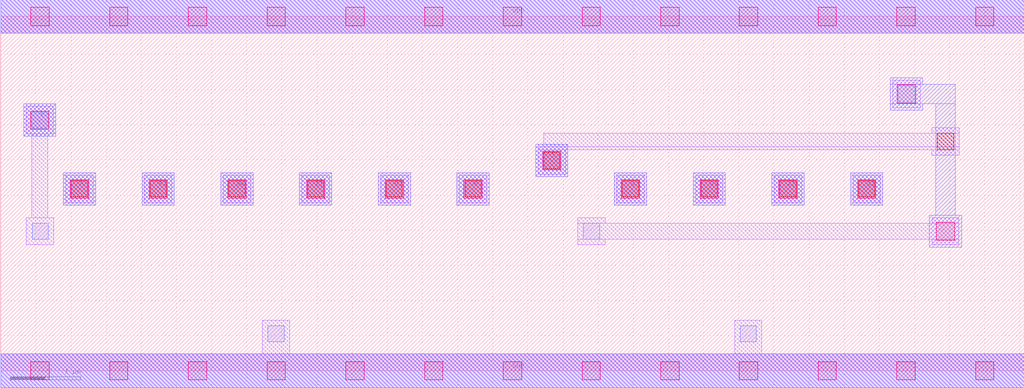
<source format=lef>
MACRO AAAAOI3332
 CLASS CORE ;
 FOREIGN AAAAOI3332 0 0 ;
 SIZE 14.56 BY 5.04 ;
 ORIGIN 0 0 ;
 SYMMETRY X Y R90 ;
 SITE unit ;
  PIN VDD
   DIRECTION INOUT ;
   USE POWER ;
   SHAPE ABUTMENT ;
    PORT
     CLASS CORE ;
       LAYER met1 ;
        RECT 0.00000000 4.80000000 14.56000000 5.28000000 ;
       LAYER met2 ;
        RECT 0.00000000 4.80000000 14.56000000 5.28000000 ;
    END
  END VDD

  PIN GND
   DIRECTION INOUT ;
   USE POWER ;
   SHAPE ABUTMENT ;
    PORT
     CLASS CORE ;
       LAYER met1 ;
        RECT 0.00000000 -0.24000000 14.56000000 0.24000000 ;
       LAYER met2 ;
        RECT 0.00000000 -0.24000000 14.56000000 0.24000000 ;
    END
  END GND

  PIN Y
   DIRECTION INOUT ;
   USE SIGNAL ;
   SHAPE ABUTMENT ;
    PORT
     CLASS CORE ;
       LAYER met2 ;
        RECT 0.32500000 3.33500000 0.78500000 3.79500000 ;
    END
  END Y

  PIN D
   DIRECTION INOUT ;
   USE SIGNAL ;
   SHAPE ABUTMENT ;
    PORT
     CLASS CORE ;
       LAYER met2 ;
        RECT 8.73000000 2.35700000 9.19000000 2.81700000 ;
    END
  END D

  PIN C
   DIRECTION INOUT ;
   USE SIGNAL ;
   SHAPE ABUTMENT ;
    PORT
     CLASS CORE ;
       LAYER met2 ;
        RECT 7.61000000 2.76200000 8.07000000 3.22200000 ;
    END
  END C

  PIN C1
   DIRECTION INOUT ;
   USE SIGNAL ;
   SHAPE ABUTMENT ;
    PORT
     CLASS CORE ;
       LAYER met2 ;
        RECT 12.09000000 2.35700000 12.55000000 2.81700000 ;
    END
  END C1

  PIN B1
   DIRECTION INOUT ;
   USE SIGNAL ;
   SHAPE ABUTMENT ;
    PORT
     CLASS CORE ;
       LAYER met2 ;
        RECT 5.37000000 2.35700000 5.83000000 2.81700000 ;
    END
  END B1

  PIN A2
   DIRECTION INOUT ;
   USE SIGNAL ;
   SHAPE ABUTMENT ;
    PORT
     CLASS CORE ;
       LAYER met2 ;
        RECT 3.13000000 2.35700000 3.59000000 2.81700000 ;
    END
  END A2

  PIN D1
   DIRECTION INOUT ;
   USE SIGNAL ;
   SHAPE ABUTMENT ;
    PORT
     CLASS CORE ;
       LAYER met2 ;
        RECT 9.85000000 2.35700000 10.31000000 2.81700000 ;
    END
  END D1

  PIN C2
   DIRECTION INOUT ;
   USE SIGNAL ;
   SHAPE ABUTMENT ;
    PORT
     CLASS CORE ;
       LAYER met2 ;
        RECT 10.97000000 2.35700000 11.43000000 2.81700000 ;
    END
  END C2

  PIN A
   DIRECTION INOUT ;
   USE SIGNAL ;
   SHAPE ABUTMENT ;
    PORT
     CLASS CORE ;
       LAYER met2 ;
        RECT 0.89000000 2.35700000 1.35000000 2.81700000 ;
    END
  END A

  PIN B2
   DIRECTION INOUT ;
   USE SIGNAL ;
   SHAPE ABUTMENT ;
    PORT
     CLASS CORE ;
       LAYER met2 ;
        RECT 4.25000000 2.35700000 4.71000000 2.81700000 ;
    END
  END B2

  PIN B
   DIRECTION INOUT ;
   USE SIGNAL ;
   SHAPE ABUTMENT ;
    PORT
     CLASS CORE ;
       LAYER met2 ;
        RECT 6.49000000 2.35700000 6.95000000 2.81700000 ;
    END
  END B

  PIN A1
   DIRECTION INOUT ;
   USE SIGNAL ;
   SHAPE ABUTMENT ;
    PORT
     CLASS CORE ;
       LAYER met2 ;
        RECT 2.01000000 2.35700000 2.47000000 2.81700000 ;
    END
  END A1

 OBS
    LAYER polycont ;
     RECT 1.00500000 2.47200000 1.23500000 2.70200000 ;
     RECT 2.12500000 2.47200000 2.35500000 2.70200000 ;
     RECT 3.24500000 2.47200000 3.47500000 2.70200000 ;
     RECT 4.36500000 2.47200000 4.59500000 2.70200000 ;
     RECT 5.48500000 2.47200000 5.71500000 2.70200000 ;
     RECT 6.60500000 2.47200000 6.83500000 2.70200000 ;
     RECT 8.84500000 2.47200000 9.07500000 2.70200000 ;
     RECT 9.96500000 2.47200000 10.19500000 2.70200000 ;
     RECT 11.08500000 2.47200000 11.31500000 2.70200000 ;
     RECT 12.20500000 2.47200000 12.43500000 2.70200000 ;
     RECT 7.72500000 2.87700000 7.95500000 3.10700000 ;
     RECT 13.32500000 3.14700000 13.55500000 3.37700000 ;

    LAYER pdiffc ;
     RECT 0.44000000 3.45000000 0.67000000 3.68000000 ;
     RECT 12.77000000 3.82200000 13.00000000 4.05200000 ;

    LAYER ndiffc ;
     RECT 3.80000000 0.41000000 4.03000000 0.64000000 ;
     RECT 10.52000000 0.41000000 10.75000000 0.64000000 ;
     RECT 0.44500000 1.87000000 0.67500000 2.10000000 ;
     RECT 8.29000000 1.87000000 8.52000000 2.10000000 ;

    LAYER met1 ;
     RECT 0.00000000 -0.24000000 14.56000000 0.24000000 ;
     RECT 3.72000000 0.24000000 4.11000000 0.72000000 ;
     RECT 10.44000000 0.24000000 10.83000000 0.72000000 ;
     RECT 8.21000000 1.79000000 8.60000000 1.87000000 ;
     RECT 13.25000000 1.79500000 13.63000000 1.87000000 ;
     RECT 8.21000000 1.87000000 13.63000000 2.10000000 ;
     RECT 13.25000000 2.10000000 13.63000000 2.17500000 ;
     RECT 8.21000000 2.10000000 8.60000000 2.18000000 ;
     RECT 0.92500000 2.39200000 1.31500000 2.78200000 ;
     RECT 2.04500000 2.39200000 2.43500000 2.78200000 ;
     RECT 3.16500000 2.39200000 3.55500000 2.78200000 ;
     RECT 4.28500000 2.39200000 4.67500000 2.78200000 ;
     RECT 5.40500000 2.39200000 5.79500000 2.78200000 ;
     RECT 6.52500000 2.39200000 6.91500000 2.78200000 ;
     RECT 8.76500000 2.39200000 9.15500000 2.78200000 ;
     RECT 9.88500000 2.39200000 10.27500000 2.78200000 ;
     RECT 11.00500000 2.39200000 11.39500000 2.78200000 ;
     RECT 12.12500000 2.39200000 12.51500000 2.78200000 ;
     RECT 7.64500000 2.79700000 8.03500000 3.14700000 ;
     RECT 13.24500000 3.06700000 13.63500000 3.14700000 ;
     RECT 7.64500000 3.14700000 13.63500000 3.18700000 ;
     RECT 7.72500000 3.18700000 13.63500000 3.37700000 ;
     RECT 13.24500000 3.37700000 13.63500000 3.45700000 ;
     RECT 0.36500000 1.79000000 0.75500000 2.18000000 ;
     RECT 0.44000000 2.18000000 0.67000000 3.37000000 ;
     RECT 0.36000000 3.37000000 0.75000000 3.76000000 ;
     RECT 12.69000000 3.74200000 13.08000000 4.13200000 ;
     RECT 0.00000000 4.80000000 14.56000000 5.28000000 ;

    LAYER via1 ;
     RECT 0.43000000 -0.13000000 0.69000000 0.13000000 ;
     RECT 1.55000000 -0.13000000 1.81000000 0.13000000 ;
     RECT 2.67000000 -0.13000000 2.93000000 0.13000000 ;
     RECT 3.79000000 -0.13000000 4.05000000 0.13000000 ;
     RECT 4.91000000 -0.13000000 5.17000000 0.13000000 ;
     RECT 6.03000000 -0.13000000 6.29000000 0.13000000 ;
     RECT 7.15000000 -0.13000000 7.41000000 0.13000000 ;
     RECT 8.27000000 -0.13000000 8.53000000 0.13000000 ;
     RECT 9.39000000 -0.13000000 9.65000000 0.13000000 ;
     RECT 10.51000000 -0.13000000 10.77000000 0.13000000 ;
     RECT 11.63000000 -0.13000000 11.89000000 0.13000000 ;
     RECT 12.75000000 -0.13000000 13.01000000 0.13000000 ;
     RECT 13.87000000 -0.13000000 14.13000000 0.13000000 ;
     RECT 13.31000000 1.85500000 13.57000000 2.11500000 ;
     RECT 0.99000000 2.45700000 1.25000000 2.71700000 ;
     RECT 2.11000000 2.45700000 2.37000000 2.71700000 ;
     RECT 3.23000000 2.45700000 3.49000000 2.71700000 ;
     RECT 4.35000000 2.45700000 4.61000000 2.71700000 ;
     RECT 5.47000000 2.45700000 5.73000000 2.71700000 ;
     RECT 6.59000000 2.45700000 6.85000000 2.71700000 ;
     RECT 8.83000000 2.45700000 9.09000000 2.71700000 ;
     RECT 9.95000000 2.45700000 10.21000000 2.71700000 ;
     RECT 11.07000000 2.45700000 11.33000000 2.71700000 ;
     RECT 12.19000000 2.45700000 12.45000000 2.71700000 ;
     RECT 7.71000000 2.86200000 7.97000000 3.12200000 ;
     RECT 0.42500000 3.43500000 0.68500000 3.69500000 ;
     RECT 12.75500000 3.80700000 13.01500000 4.06700000 ;
     RECT 0.43000000 4.91000000 0.69000000 5.17000000 ;
     RECT 1.55000000 4.91000000 1.81000000 5.17000000 ;
     RECT 2.67000000 4.91000000 2.93000000 5.17000000 ;
     RECT 3.79000000 4.91000000 4.05000000 5.17000000 ;
     RECT 4.91000000 4.91000000 5.17000000 5.17000000 ;
     RECT 6.03000000 4.91000000 6.29000000 5.17000000 ;
     RECT 7.15000000 4.91000000 7.41000000 5.17000000 ;
     RECT 8.27000000 4.91000000 8.53000000 5.17000000 ;
     RECT 9.39000000 4.91000000 9.65000000 5.17000000 ;
     RECT 10.51000000 4.91000000 10.77000000 5.17000000 ;
     RECT 11.63000000 4.91000000 11.89000000 5.17000000 ;
     RECT 12.75000000 4.91000000 13.01000000 5.17000000 ;
     RECT 13.87000000 4.91000000 14.13000000 5.17000000 ;

    LAYER met2 ;
     RECT 0.00000000 -0.24000000 14.56000000 0.24000000 ;
     RECT 0.89000000 2.35700000 1.35000000 2.81700000 ;
     RECT 2.01000000 2.35700000 2.47000000 2.81700000 ;
     RECT 3.13000000 2.35700000 3.59000000 2.81700000 ;
     RECT 4.25000000 2.35700000 4.71000000 2.81700000 ;
     RECT 5.37000000 2.35700000 5.83000000 2.81700000 ;
     RECT 6.49000000 2.35700000 6.95000000 2.81700000 ;
     RECT 8.73000000 2.35700000 9.19000000 2.81700000 ;
     RECT 9.85000000 2.35700000 10.31000000 2.81700000 ;
     RECT 10.97000000 2.35700000 11.43000000 2.81700000 ;
     RECT 12.09000000 2.35700000 12.55000000 2.81700000 ;
     RECT 7.61000000 2.76200000 8.07000000 3.22200000 ;
     RECT 0.32500000 3.33500000 0.78500000 3.79500000 ;
     RECT 13.21000000 1.75500000 13.67000000 2.21500000 ;
     RECT 12.65500000 3.70700000 13.11500000 3.79700000 ;
     RECT 13.30000000 2.21500000 13.58000000 3.79700000 ;
     RECT 12.65500000 3.79700000 13.58000000 4.07700000 ;
     RECT 12.65500000 4.07700000 13.11500000 4.16700000 ;
     RECT 0.00000000 4.80000000 14.56000000 5.28000000 ;

 END
END AAAAOI3332

</source>
